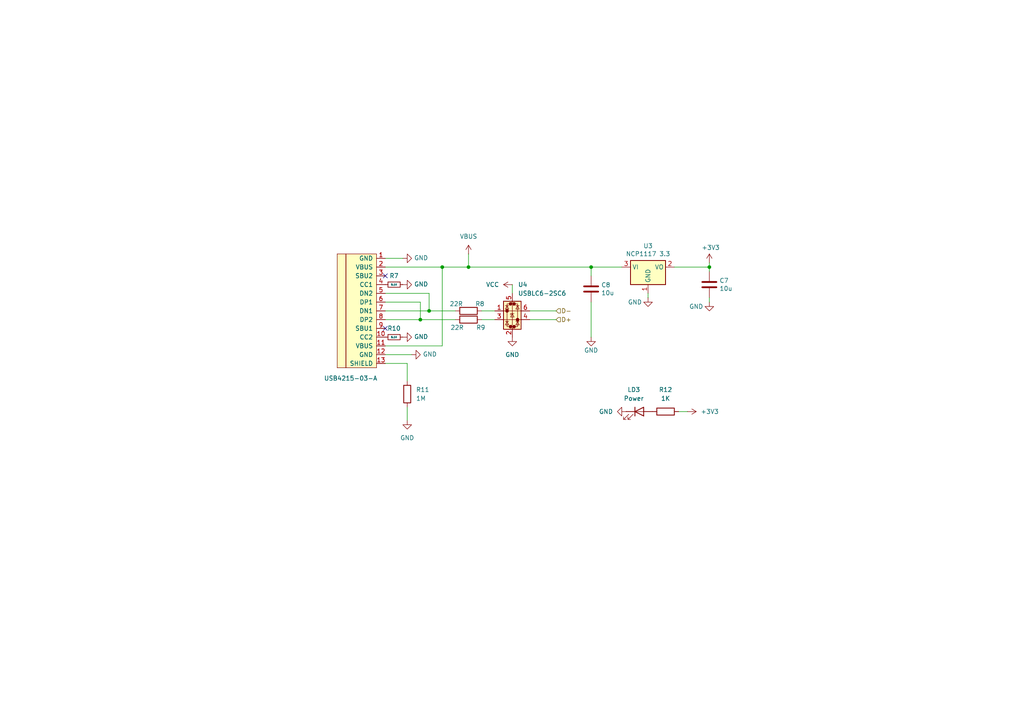
<source format=kicad_sch>
(kicad_sch (version 20250114) (generator "eeschema") (generator_version "9.0")
  (paper "A4")
  (title_block (title "${NAME}") (date "2025-04-30") (rev "${VERSION}") (company "Mikhail Matveev") (comment 1 "https://github.com/rh1tech/echo"))
  (lib_symbols
    (symbol "+3V3_1" (power) (pin_numbers (hide yes)) (pin_names (offset 0) (hide yes))
      (property "Value" "+3V3" (at 0 3.556 0))
      (symbol "+3V3_1_0_1"
        (polyline (pts (xy -0.762 1.27) (xy 0 2.54)))
        (polyline (pts (xy 0 2.54) (xy 0.762 1.27)))
        (polyline (pts (xy 0 0) (xy 0 2.54)))
      )
      (symbol "+3V3_1_1_1"
        (pin power_in line (at 0 0 90) (length 0) (name "~") (number "1"))
      )
    )
    (symbol "Device:C" (pin_numbers (hide yes)) (pin_names (offset 0.254))
      (property "Reference" "C" (at 0.635 2.54 0))
      (property "Value" "C" (at 0.635 -2.54 0))
      (symbol "C_0_1"
        (polyline (pts (xy -2.032 0.762) (xy 2.032 0.762)) (stroke (width 0.508)))
        (polyline (pts (xy -2.032 -0.762) (xy 2.032 -0.762)) (stroke (width 0.508)))
      )
      (symbol "C_1_1"
        (pin passive line (at 0 3.81 270) (length 2.794) (name "~") (number "1"))
        (pin passive line (at 0 -3.81 90) (length 2.794) (name "~") (number "2"))
      )
    )
    (symbol "Device:LED" (pin_numbers (hide yes)) (pin_names (offset 1.016) (hide yes))
      (property "Reference" "D" (at 0 2.54 0))
      (property "Value" "LED" (at 0 -2.54 0))
      (symbol "LED_0_1"
        (polyline (pts (xy -3.048 -0.762) (xy -4.572 -2.286) (xy -3.81 -2.286) (xy -4.572 -2.286) (xy -4.572 -1.524)))
        (polyline (pts (xy -1.778 -0.762) (xy -3.302 -2.286) (xy -2.54 -2.286) (xy -3.302 -2.286) (xy -3.302 -1.524)))
        (polyline (pts (xy -1.27 0) (xy 1.27 0)))
        (polyline (pts (xy -1.27 -1.27) (xy -1.27 1.27)) (stroke (width 0.254)))
        (polyline (pts (xy 1.27 -1.27) (xy 1.27 1.27) (xy -1.27 0) (xy 1.27 -1.27)) (stroke (width 0.254)))
      )
      (symbol "LED_1_1"
        (pin passive line (at -3.81 0 0) (length 2.54) (name "K") (number "1"))
        (pin passive line (at 3.81 0 180) (length 2.54) (name "A") (number "2"))
      )
    )
    (symbol "Device:R" (pin_numbers (hide yes)) (pin_names (offset 0))
      (property "Reference" "R" (at 2.032 0 90))
      (property "Value" "R" (at 0 0 90))
      (symbol "R_0_1"
        (rectangle (start -1.016 -2.54) (end 1.016 2.54) (stroke (width 0.254)))
      )
      (symbol "R_1_1"
        (pin passive line (at 0 3.81 270) (length 1.27) (name "~") (number "1"))
        (pin passive line (at 0 -3.81 90) (length 1.27) (name "~") (number "2"))
      )
    )
    (symbol "Device:R_Small" (pin_numbers (hide yes)) (pin_names (offset 0.254) (hide yes))
      (property "Reference" "R" (at 0.762 0.508 0))
      (property "Value" "R_Small" (at 0.762 -1.016 0))
      (symbol "R_Small_0_1"
        (rectangle (start -0.762 1.778) (end 0.762 -1.778) (stroke (width 0.2032)))
      )
      (symbol "R_Small_1_1"
        (pin passive line (at 0 2.54 270) (length 0.762) (name "~") (number "1"))
        (pin passive line (at 0 -2.54 90) (length 0.762) (name "~") (number "2"))
      )
    )
    (symbol "FRANK:USB-C" (pin_names (offset 1.016))
      (property "Value" "USB Type C" (at 0.254 -20.828 0))
      (symbol "USB-C_0_1"
        (rectangle (start -11.43 15.24) (end -8.89 -17.78) (fill (type background)))
        (rectangle (start 0 -17.78) (end -8.89 15.24) (fill (type background)))
      )
      (symbol "USB-C_1_1"
        (pin input line (at 2.54 13.97 180) (length 2.54) (name "GND") (number "1"))
        (pin input line (at 2.54 11.43 180) (length 2.54) (name "VBUS") (number "2"))
        (pin input line (at 2.54 8.89 180) (length 2.54) (name "SBU2") (number "3"))
        (pin input line (at 2.54 6.35 180) (length 2.54) (name "CC1") (number "4"))
        (pin input line (at 2.54 3.81 180) (length 2.54) (name "DN2") (number "5"))
        (pin input line (at 2.54 1.27 180) (length 2.54) (name "DP1") (number "6"))
        (pin input line (at 2.54 -1.27 180) (length 2.54) (name "DN1") (number "7"))
        (pin input line (at 2.54 -3.81 180) (length 2.54) (name "DP2") (number "8"))
        (pin input line (at 2.54 -6.35 180) (length 2.54) (name "SBU1") (number "9"))
        (pin input line (at 2.54 -8.89 180) (length 2.54) (name "CC2") (number "10"))
        (pin input line (at 2.54 -11.43 180) (length 2.54) (name "VBUS") (number "11"))
        (pin input line (at 2.54 -13.97 180) (length 2.54) (name "GND") (number "12"))
        (pin input line (at 2.54 -16.51 180) (length 2.54) (name "SHIELD") (number "13"))
      )
    )
    (symbol "GND_1" (power) (pin_numbers (hide yes)) (pin_names (offset 0) (hide yes))
      (property "Value" "GND" (at 0 -3.81 0))
      (symbol "GND_1_0_1"
        (polyline (pts (xy 0 0) (xy 0 -1.27) (xy 1.27 -1.27) (xy 0 -2.54) (xy -1.27 -1.27) (xy 0 -1.27)))
      )
      (symbol "GND_1_1_1"
        (pin power_in line (at 0 0 270) (length 0) (name "~") (number "1"))
      )
    )
    (symbol "GND_2" (power) (pin_numbers (hide yes)) (pin_names (offset 0) (hide yes))
      (property "Value" "GND" (at 0 -3.81 0))
      (symbol "GND_2_0_1"
        (polyline (pts (xy 0 0) (xy 0 -1.27) (xy 1.27 -1.27) (xy 0 -2.54) (xy -1.27 -1.27) (xy 0 -1.27)))
      )
      (symbol "GND_2_1_1"
        (pin power_in line (at 0 0 270) (length 0) (name "~") (number "1"))
      )
    )
    (symbol "GND_3" (power) (pin_numbers (hide yes)) (pin_names (offset 0) (hide yes))
      (property "Value" "GND" (at 0 -3.81 0))
      (symbol "GND_3_0_1"
        (polyline (pts (xy 0 0) (xy 0 -1.27) (xy 1.27 -1.27) (xy 0 -2.54) (xy -1.27 -1.27) (xy 0 -1.27)))
      )
      (symbol "GND_3_1_1"
        (pin power_in line (at 0 0 270) (length 0) (name "~") (number "1"))
      )
    )
    (symbol "GND_4" (power) (pin_numbers (hide yes)) (pin_names (offset 0) (hide yes))
      (property "Value" "GND" (at 0 -3.81 0))
      (symbol "GND_4_0_1"
        (polyline (pts (xy 0 0) (xy 0 -1.27) (xy 1.27 -1.27) (xy 0 -2.54) (xy -1.27 -1.27) (xy 0 -1.27)))
      )
      (symbol "GND_4_1_1"
        (pin power_in line (at 0 0 270) (length 0) (name "~") (number "1"))
      )
    )
    (symbol "GND_5" (power) (pin_numbers (hide yes)) (pin_names (offset 0) (hide yes))
      (property "Value" "GND" (at 0 -3.81 0))
      (symbol "GND_5_0_1"
        (polyline (pts (xy 0 0) (xy 0 -1.27) (xy 1.27 -1.27) (xy 0 -2.54) (xy -1.27 -1.27) (xy 0 -1.27)))
      )
      (symbol "GND_5_1_1"
        (pin power_in line (at 0 0 270) (length 0) (name "~") (number "1"))
      )
    )
    (symbol "GND_6" (power) (pin_numbers (hide yes)) (pin_names (offset 0) (hide yes))
      (property "Value" "GND" (at 0 -3.81 0))
      (symbol "GND_6_0_1"
        (polyline (pts (xy 0 0) (xy 0 -1.27) (xy 1.27 -1.27) (xy 0 -2.54) (xy -1.27 -1.27) (xy 0 -1.27)))
      )
      (symbol "GND_6_1_1"
        (pin power_in line (at 0 0 270) (length 0) (name "~") (number "1"))
      )
    )
    (symbol "GND_7" (power) (pin_numbers (hide yes)) (pin_names (offset 0) (hide yes))
      (property "Value" "GND" (at 0 -3.81 0))
      (symbol "GND_7_0_1"
        (polyline (pts (xy 0 0) (xy 0 -1.27) (xy 1.27 -1.27) (xy 0 -2.54) (xy -1.27 -1.27) (xy 0 -1.27)))
      )
      (symbol "GND_7_1_1"
        (pin power_in line (at 0 0 270) (length 0) (name "~") (number "1"))
      )
    )
    (symbol "Power_Protection:USBLC6-2SC6" (pin_names (hide yes))
      (property "Reference" "U" (at 0.635 5.715 0))
      (property "Value" "USBLC6-2SC6" (at 0.635 3.81 0))
      (symbol "USBLC6-2SC6_0_0"
        (circle (center -1.524 0) (radius 0.0001) (stroke (width 0.508)))
        (circle (center -0.508 2.032) (radius 0.0001) (stroke (width 0.508)))
        (circle (center -0.508 -4.572) (radius 0.0001) (stroke (width 0.508)))
        (circle (center 0.508 2.032) (radius 0.0001) (stroke (width 0.508)))
        (circle (center 0.508 -4.572) (radius 0.0001) (stroke (width 0.508)))
        (circle (center 1.524 -2.54) (radius 0.0001) (stroke (width 0.508)))
      )
      (symbol "USBLC6-2SC6_0_1"
        (polyline (pts (xy -2.54 0) (xy 2.54 0)))
        (polyline (pts (xy -2.54 -2.54) (xy 2.54 -2.54)))
        (polyline (pts (xy -2.032 0.508) (xy -1.016 0.508) (xy -1.524 1.524) (xy -2.032 0.508)))
        (polyline (pts (xy -2.032 -3.048) (xy -1.016 -3.048)))
        (polyline (pts (xy -1.016 1.524) (xy -2.032 1.524)))
        (polyline (pts (xy -1.016 -4.064) (xy -2.032 -4.064) (xy -1.524 -3.048) (xy -1.016 -4.064)))
        (polyline (pts (xy -0.508 -1.143) (xy -0.508 -0.762) (xy 0.508 -0.762)))
        (polyline (pts (xy 0 2.54) (xy -0.508 2.032) (xy 0.508 2.032) (xy 0 1.524) (xy 0 -4.064) (xy -0.508 -4.572) (xy 0.508 -4.572) (xy 0 -5.08)))
        (polyline (pts (xy 0.508 -1.778) (xy -0.508 -1.778) (xy 0 -0.762) (xy 0.508 -1.778)))
        (polyline (pts (xy 1.016 1.524) (xy 2.032 1.524)))
        (polyline (pts (xy 1.016 -3.048) (xy 2.032 -3.048)))
        (polyline (pts (xy 2.032 0.508) (xy 1.016 0.508) (xy 1.524 1.524) (xy 2.032 0.508)))
        (polyline (pts (xy 2.032 -4.064) (xy 1.016 -4.064) (xy 1.524 -3.048) (xy 2.032 -4.064)))
      )
      (symbol "USBLC6-2SC6_1_1"
        (rectangle (start -2.54 2.794) (end 2.54 -5.334) (stroke (width 0.254)) (fill (type background)))
        (polyline (pts (xy -0.508 2.032) (xy -1.524 2.032) (xy -1.524 -4.572) (xy -0.508 -4.572)))
        (polyline (pts (xy 0.508 -4.572) (xy 1.524 -4.572) (xy 1.524 2.032) (xy 0.508 2.032)))
        (pin passive line (at -5.08 0 0) (length 2.54) (name "I/O1") (number "1"))
        (pin passive line (at -5.08 -2.54 0) (length 2.54) (name "I/O2") (number "3"))
        (pin passive line (at 0 5.08 270) (length 2.54) (name "VBUS") (number "5"))
        (pin passive line (at 0 -7.62 90) (length 2.54) (name "GND") (number "2"))
        (pin passive line (at 5.08 0 180) (length 2.54) (name "I/O1") (number "6"))
        (pin passive line (at 5.08 -2.54 180) (length 2.54) (name "I/O2") (number "4"))
      )
    )
    (symbol "Regulator_Linear:NCP1117-3.3_SOT223"
      (property "Reference" "U" (at -3.81 3.175 0))
      (property "Value" "NCP1117-3.3_SOT223" (at 0 3.175 0))
      (symbol "NCP1117-3.3_SOT223_0_1"
        (rectangle (start -5.08 -5.08) (end 5.08 1.905) (stroke (width 0.254)) (fill (type background)))
      )
      (symbol "NCP1117-3.3_SOT223_1_1"
        (pin power_in line (at -7.62 0 0) (length 2.54) (name "VI") (number "3"))
        (pin power_in line (at 0 -7.62 90) (length 2.54) (name "GND") (number "1"))
        (pin power_out line (at 7.62 0 180) (length 2.54) (name "VO") (number "2"))
      )
    )
    (symbol "power:+3V3" (power) (pin_numbers (hide yes)) (pin_names (offset 0) (hide yes))
      (property "Value" "+3V3" (at 0 3.556 0))
      (symbol "+3V3_0_1"
        (polyline (pts (xy -0.762 1.27) (xy 0 2.54)))
        (polyline (pts (xy 0 2.54) (xy 0.762 1.27)))
        (polyline (pts (xy 0 0) (xy 0 2.54)))
      )
      (symbol "+3V3_1_1"
        (pin power_in line (at 0 0 90) (length 0) (name "~") (number "1"))
      )
    )
    (symbol "power:GND" (power) (pin_numbers (hide yes)) (pin_names (offset 0) (hide yes))
      (property "Value" "GND" (at 0 -3.81 0))
      (symbol "GND_0_1"
        (polyline (pts (xy 0 0) (xy 0 -1.27) (xy 1.27 -1.27) (xy 0 -2.54) (xy -1.27 -1.27) (xy 0 -1.27)))
      )
      (symbol "GND_1_1"
        (pin power_in line (at 0 0 270) (length 0) (name "~") (number "1"))
      )
    )
    (symbol "power:VBUS" (power) (pin_numbers (hide yes)) (pin_names (offset 0) (hide yes))
      (property "Value" "VBUS" (at 0 3.556 0))
      (symbol "VBUS_0_1"
        (polyline (pts (xy -0.762 1.27) (xy 0 2.54)))
        (polyline (pts (xy 0 2.54) (xy 0.762 1.27)))
        (polyline (pts (xy 0 0) (xy 0 2.54)))
      )
      (symbol "VBUS_1_1"
        (pin power_in line (at 0 0 90) (length 0) (name "~") (number "1"))
      )
    )
    (symbol "power:VCC" (power) (pin_numbers (hide yes)) (pin_names (offset 0) (hide yes))
      (property "Value" "VCC" (at 0 3.556 0))
      (symbol "VCC_0_1"
        (polyline (pts (xy -0.762 1.27) (xy 0 2.54)))
        (polyline (pts (xy 0 2.54) (xy 0.762 1.27)))
        (polyline (pts (xy 0 0) (xy 0 2.54)))
      )
      (symbol "VCC_1_1"
        (pin power_in line (at 0 0 90) (length 0) (name "~") (number "1"))
      )
    )
  )
  (junction (at 121.92 92.71))
  (junction (at 171.45 77.47))
  (junction (at 128.27 77.47))
  (junction (at 124.46 90.17))
  (junction (at 205.74 77.47))
  (junction (at 135.89 77.47))
  (no_connect (at 111.76 95.25))
  (no_connect (at 111.76 80.01))
  (wire (pts (xy 111.76 77.47) (xy 128.27 77.47)))
  (wire (pts (xy 111.76 87.63) (xy 121.92 87.63)))
  (wire (pts (xy 139.7 90.17) (xy 143.51 90.17)))
  (wire (pts (xy 135.89 77.47) (xy 171.45 77.47)))
  (wire (pts (xy 111.76 102.87) (xy 119.38 102.87)))
  (wire (pts (xy 180.34 77.47) (xy 171.45 77.47)))
  (wire (pts (xy 205.74 77.47) (xy 205.74 76.2)))
  (wire (pts (xy 148.59 82.55) (xy 148.59 85.09)))
  (wire (pts (xy 153.67 92.71) (xy 161.29 92.71)))
  (wire (pts (xy 128.27 100.33) (xy 111.76 100.33)))
  (wire (pts (xy 205.74 78.74) (xy 205.74 77.47)))
  (wire (pts (xy 118.11 121.92) (xy 118.11 118.11)))
  (wire (pts (xy 195.58 77.47) (xy 205.74 77.47)))
  (wire (pts (xy 111.76 85.09) (xy 124.46 85.09)))
  (wire (pts (xy 111.76 90.17) (xy 124.46 90.17)))
  (wire (pts (xy 124.46 90.17) (xy 132.08 90.17)))
  (wire (pts (xy 128.27 77.47) (xy 128.27 100.33)))
  (wire (pts (xy 111.76 74.93) (xy 116.84 74.93)))
  (wire (pts (xy 139.7 92.71) (xy 143.51 92.71)))
  (wire (pts (xy 205.74 86.36) (xy 205.74 87.63)))
  (wire (pts (xy 171.45 77.47) (xy 171.45 80.01)))
  (wire (pts (xy 111.76 92.71) (xy 121.92 92.71)))
  (wire (pts (xy 171.45 87.63) (xy 171.45 97.79)))
  (wire (pts (xy 118.11 105.41) (xy 118.11 110.49)))
  (wire (pts (xy 111.76 105.41) (xy 118.11 105.41)))
  (wire (pts (xy 135.89 73.66) (xy 135.89 77.47)))
  (wire (pts (xy 196.85 119.38) (xy 199.39 119.38)))
  (wire (pts (xy 153.67 90.17) (xy 161.29 90.17)))
  (wire (pts (xy 128.27 77.47) (xy 135.89 77.47)))
  (wire (pts (xy 187.96 85.09) (xy 187.96 86.36)))
  (wire (pts (xy 124.46 85.09) (xy 124.46 90.17)))
  (wire (pts (xy 121.92 92.71) (xy 132.08 92.71)))
  (wire (pts (xy 121.92 87.63) (xy 121.92 92.71)))
  (hierarchical_label "D-" (shape input) (at 161.29 90.17 0))
  (hierarchical_label "D+" (shape input) (at 161.29 92.71 0))
  (symbol (lib_name "GND_3") (lib_id "power:GND") (at 171.45 97.79 0) (unit 1)
    (property "Reference" "#PWR024" (effects (hide yes)))
    (property "Value" "GND" (at 171.45 101.6 0))
    (property "Description" "Power symbol creates a global label with name \"GND\" , ground" (effects (hide yes)))
  )
  (symbol (lib_id "power:VBUS") (at 135.89 73.66 0) (unit 1)
    (property "Reference" "#PWR015" (effects (hide yes)))
    (property "Value" "VBUS" (at 135.89 68.58 0))
    (property "Description" "Power symbol creates a global label with name \"VBUS\"" (effects (hide yes)))
  )
  (symbol (lib_name "GND_5") (lib_id "power:GND") (at 116.84 97.79 90) (unit 1)
    (property "Reference" "#PWR022" (effects (hide yes)))
    (property "Value" "GND" (at 120.0912 97.663 90) (effects (justify right)))
    (property "Description" "Power symbol creates a global label with name \"GND\" , ground" (effects (hide yes)))
  )
  (symbol (lib_name "GND_2") (lib_id "power:GND") (at 181.61 119.38 270) (unit 1)
    (property "Reference" "#PWR026" (effects (hide yes)))
    (property "Value" "GND" (at 177.8 119.3799 90) (effects (justify right)))
    (property "Description" "Power symbol creates a global label with name \"GND\" , ground" (effects (hide yes)))
  )
  (symbol (lib_id "Power_Protection:USBLC6-2SC6") (at 148.59 90.17 0) (unit 1)
    (property "Reference" "U4" (at 150.2411 82.55 0) (effects (justify left)))
    (property "Value" "USBLC6-2SC6" (at 150.2411 85.09 0) (effects (justify left)))
    (property "Footprint" "FRANK:SOT-23-6" (effects (hide yes)))
    (property "Datasheet" "https://www.st.com/resource/en/datasheet/usblc6-2.pdf" (effects (hide yes)))
    (property "Description" "Very low capacitance ESD protection diode, 2 data-line, SOT-23-6" (effects (hide yes)))
  )
  (symbol (lib_id "power:GND") (at 148.59 97.79 0) (unit 1)
    (property "Reference" "#PWR023" (effects (hide yes)))
    (property "Value" "GND" (at 148.59 102.87 0))
    (property "Description" "Power symbol creates a global label with name \"GND\" , ground" (effects (hide yes)))
  )
  (symbol (lib_id "Device:LED") (at 185.42 119.38 0) (unit 1)
    (property "Reference" "LD3" (at 183.8325 113.03 0))
    (property "Value" "Power" (at 183.8325 115.57 0))
    (property "Footprint" "FRANK:LED (0805)" (effects (hide yes)))
    (property "Datasheet" "https://www.farnell.com/datasheets/1760130.pdf" (effects (hide yes)))
    (property "Description" "Light emitting diode" (effects (hide yes)))
    (property "AliExpress" "https://www.aliexpress.com/item/1005007252088951.html" (effects (hide yes)))
    (property "Sim.Pins" "1=K 2=A" (effects (hide yes)))
  )
  (symbol (lib_id "Regulator_Linear:NCP1117-3.3_SOT223") (at 187.96 77.47 0) (unit 1)
    (property "Reference" "U3" (at 187.96 71.3232 0))
    (property "Value" "NCP1117 3.3" (at 187.96 73.6346 0))
    (property "Footprint" "FRANK:SOT-223" (effects (hide yes)))
    (property "Datasheet" "http://www.onsemi.com/pub_link/Collateral/NCP1117-D.PDF" (effects (hide yes)))
    (property "AliExpress" "https://www.aliexpress.com/item/1005005802338707.html" (effects (hide yes)))
  )
  (symbol (lib_id "Device:R") (at 135.89 90.17 270) (mirror x) (unit 1)
    (property "Reference" "R8" (at 139.192 88.138 90))
    (property "Value" "22R" (at 132.334 88.138 90))
    (property "Footprint" "FRANK:Resistor (0805)" (effects (hide yes)))
    (property "Datasheet" "https://www.vishay.com/docs/28952/mcs0402at-mct0603at-mcu0805at-mca1206at.pdf" (effects (hide yes)))
    (property "AliExpress" "https://www.aliexpress.com/item/1005005945735199.html" (effects (hide yes)))
  )
  (symbol (lib_id "Device:C") (at 205.74 82.55 0) (unit 1)
    (property "Reference" "C7" (at 208.661 81.3816 0) (effects (justify left)))
    (property "Value" "10u" (at 208.661 83.693 0) (effects (justify left)))
    (property "Footprint" "FRANK:Capacitor (0805)" (effects (hide yes)))
    (property "Datasheet" "https://eu.mouser.com/datasheet/2/40/KGM_X7R-3223212.pdf" (effects (hide yes)))
    (property "AliExpress" "https://www.aliexpress.com/item/33008008276.html" (effects (hide yes)))
  )
  (symbol (lib_name "GND_7") (lib_id "power:GND") (at 119.38 102.87 90) (unit 1)
    (property "Reference" "#PWR025" (effects (hide yes)))
    (property "Value" "GND" (at 122.6312 102.743 90) (effects (justify right)))
    (property "Description" "Power symbol creates a global label with name \"GND\" , ground" (effects (hide yes)))
  )
  (symbol (lib_id "FRANK:USB-C") (at 109.22 88.9 0) (unit 1)
    (property "Reference" "J2" (effects (hide yes)))
    (property "Value" "USB4215-03-A" (at 109.474 109.728 0) (effects (justify right)))
    (property "Footprint" "FRANK:USB Type C" (effects (hide yes)))
    (property "Datasheet" "https://eu.mouser.com/datasheet/2/837/usb4215-3472997.pdf" (effects (hide yes)))
    (property "AliExpress" "https://www.aliexpress.com/item/1005005500797563.html" (effects (hide yes)))
  )
  (symbol (lib_id "Device:C") (at 171.45 83.82 0) (unit 1)
    (property "Reference" "C8" (at 174.371 82.6516 0) (effects (justify left)))
    (property "Value" "10u" (at 174.371 84.963 0) (effects (justify left)))
    (property "Footprint" "FRANK:Capacitor (0805)" (effects (hide yes)))
    (property "Datasheet" "https://eu.mouser.com/datasheet/2/40/KGM_X7R-3223212.pdf" (effects (hide yes)))
    (property "AliExpress" "https://www.aliexpress.com/item/33008008276.html" (effects (hide yes)))
  )
  (symbol (lib_id "Device:R") (at 193.04 119.38 90) (unit 1)
    (property "Reference" "R12" (at 193.04 113.03 90))
    (property "Value" "1K" (at 193.04 115.57 90))
    (property "Footprint" "FRANK:Resistor (0805)" (effects (hide yes)))
    (property "Datasheet" "https://www.vishay.com/docs/28952/mcs0402at-mct0603at-mcu0805at-mca1206at.pdf" (effects (hide yes)))
    (property "Description" "Resistor" (effects (hide yes)))
    (property "AliExpress" "https://www.vishay.com/docs/28952/mcs0402at-mct0603at-mcu0805at-mca1206at.pdf" (effects (hide yes)))
  )
  (symbol (lib_id "Device:R_Small") (at 114.3 97.79 270) (unit 1)
    (property "Reference" "R10" (at 114.3 95.25 90))
    (property "Value" "5.1K" (at 114.3 97.79 90) (effects (font (size 0.508 0.508))))
    (property "Footprint" "FRANK:Resistor (0805)" (effects (hide yes)))
    (property "Datasheet" "https://www.vishay.com/docs/28952/mcs0402at-mct0603at-mcu0805at-mca1206at.pdf" (effects (hide yes)))
    (property "AliExpress" "https://www.aliexpress.com/item/1005005945735199.html" (effects (hide yes)))
  )
  (symbol (lib_name "GND_6") (lib_id "power:GND") (at 116.84 82.55 90) (unit 1)
    (property "Reference" "#PWR018" (effects (hide yes)))
    (property "Value" "GND" (at 120.0912 82.423 90) (effects (justify right)))
    (property "Description" "Power symbol creates a global label with name \"GND\" , ground" (effects (hide yes)))
  )
  (symbol (lib_name "GND_1") (lib_id "power:GND") (at 205.74 87.63 0) (unit 1)
    (property "Reference" "#PWR021" (effects (hide yes)))
    (property "Value" "GND" (at 201.93 88.9 0))
    (property "Description" "Power symbol creates a global label with name \"GND\" , ground" (effects (hide yes)))
  )
  (symbol (lib_id "power:VCC") (at 148.59 82.55 90) (unit 1)
    (property "Reference" "#PWR019" (effects (hide yes)))
    (property "Value" "VCC" (at 144.78 82.5499 90) (effects (justify left)))
    (property "Description" "Power symbol creates a global label with name \"VCC\"" (effects (hide yes)))
  )
  (symbol (lib_id "power:+3V3") (at 205.74 76.2 0) (unit 1)
    (property "Reference" "#PWR017" (effects (hide yes)))
    (property "Value" "+3V3" (at 206.121 71.8058 0))
    (property "Description" "Power symbol creates a global label with name \"+3V3\"" (effects (hide yes)))
  )
  (symbol (lib_id "Device:R_Small") (at 114.3 82.55 270) (unit 1)
    (property "Reference" "R7" (at 114.3 80.01 90))
    (property "Value" "5.1K" (at 114.3 82.55 90) (effects (font (size 0.508 0.508))))
    (property "Footprint" "FRANK:Resistor (0805)" (effects (hide yes)))
    (property "Datasheet" "https://www.vishay.com/docs/28952/mcs0402at-mct0603at-mcu0805at-mca1206at.pdf" (effects (hide yes)))
    (property "AliExpress" "https://www.aliexpress.com/item/1005005945735199.html" (effects (hide yes)))
  )
  (symbol (lib_id "power:GND") (at 116.84 74.93 90) (unit 1)
    (property "Reference" "#PWR016" (effects (hide yes)))
    (property "Value" "GND" (at 120.0912 74.803 90) (effects (justify right)))
    (property "Description" "Power symbol creates a global label with name \"GND\" , ground" (effects (hide yes)))
  )
  (symbol (lib_id "Device:R") (at 135.89 92.71 270) (mirror x) (unit 1)
    (property "Reference" "R9" (at 139.446 94.996 90))
    (property "Value" "22R" (at 132.588 94.996 90))
    (property "Footprint" "FRANK:Resistor (0805)" (effects (hide yes)))
    (property "Datasheet" "https://www.vishay.com/docs/28952/mcs0402at-mct0603at-mcu0805at-mca1206at.pdf" (effects (hide yes)))
    (property "AliExpress" "https://www.aliexpress.com/item/1005005945735199.html" (effects (hide yes)))
  )
  (symbol (lib_id "power:GND") (at 118.11 121.92 0) (unit 1)
    (property "Reference" "#PWR028" (effects (hide yes)))
    (property "Value" "GND" (at 118.11 127 0))
    (property "Description" "Power symbol creates a global label with name \"GND\" , ground" (effects (hide yes)))
  )
  (symbol (lib_id "Device:R") (at 118.11 114.3 0) (unit 1)
    (property "Reference" "R11" (at 120.65 113.0299 0) (effects (justify left)))
    (property "Value" "1M" (at 120.65 115.5699 0) (effects (justify left)))
    (property "Footprint" "FRANK:Resistor (0805)" (effects (hide yes)))
    (property "Datasheet" "https://www.vishay.com/docs/28952/mcs0402at-mct0603at-mcu0805at-mca1206at.pdf" (effects (hide yes)))
    (property "AliExpress" "https://www.aliexpress.com/item/1005005945735199.html" (effects (hide yes)))
  )
  (symbol (lib_name "+3V3_1") (lib_id "power:+3V3") (at 199.39 119.38 270) (unit 1)
    (property "Reference" "#PWR027" (effects (hide yes)))
    (property "Value" "+3V3" (at 203.2 119.3799 90) (effects (justify left)))
    (property "Description" "Power symbol creates a global label with name \"+3V3\"" (effects (hide yes)))
  )
  (symbol (lib_name "GND_4") (lib_id "power:GND") (at 187.96 86.36 0) (unit 1)
    (property "Reference" "#PWR020" (effects (hide yes)))
    (property "Value" "GND" (at 184.15 87.63 0))
    (property "Description" "Power symbol creates a global label with name \"GND\" , ground" (effects (hide yes)))
  )
)
</source>
